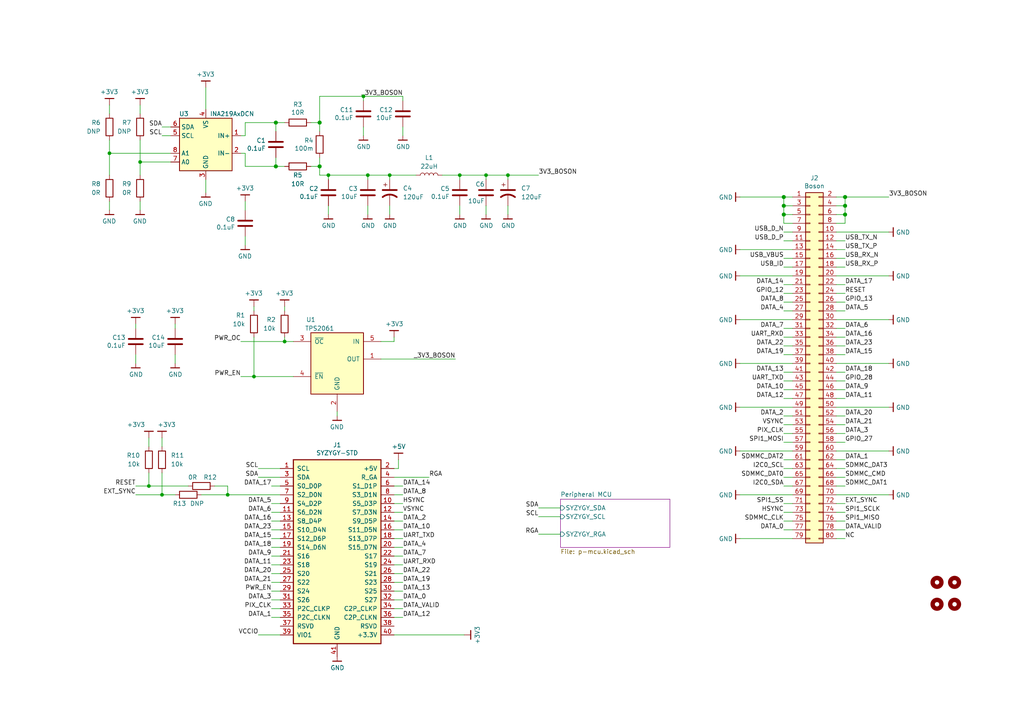
<source format=kicad_sch>
(kicad_sch (version 20210126) (generator eeschema)
  (paper "A4")
  (title_block (title "SYZYGY boson Breakout") (date "2020-12-24") (rev "r1.0") (company "GsD - @gregdavill") (comment 1 "SYZYGY Pod"))
  (lib_symbols
    (symbol "Analog_ADC:INA219AxDCN"
      (property "Reference" "U" (at -6.35 8.89 0))
      (property "Value" "INA219AxDCN" (at 6.35 8.89 0))
      (symbol "INA219AxDCN_1_1"
        (pin input line (at -10.16 2.54 0) (length 2.54) (name "IN+") (number "1"))
        (pin input line (at -10.16 -2.54 0) (length 2.54) (name "IN-") (number "2"))
        (pin power_in line (at 0 -10.16 90) (length 2.54) (name "GND") (number "3"))
        (pin power_in line (at 0 10.16 270) (length 2.54) (name "VS") (number "4"))
        (pin input line (at 10.16 2.54 180) (length 2.54) (name "SCL") (number "5"))
        (pin bidirectional line (at 10.16 5.08 180) (length 2.54) (name "SDA") (number "6"))
        (pin input line (at 10.16 -5.08 180) (length 2.54) (name "A0") (number "7"))
        (pin input line (at 10.16 -2.54 180) (length 2.54) (name "A1") (number "8"))
      )
    )
    (symbol "Connector_Generic:Conn_02x40_Odd_Even" (pin_names (offset 1.016) hide)
      (property "Reference" "J" (at 1.27 50.8 0))
      (property "Value" "Conn_02x40_Odd_Even" (at 1.27 -53.34 0))
      (symbol "Conn_02x40_Odd_Even_1_1"
        (pin passive line (at -5.08 48.26 0) (length 3.81) (name "Pin_1") (number "1"))
        (pin passive line (at 7.62 38.1 180) (length 3.81) (name "Pin_10") (number "10"))
        (pin passive line (at -5.08 35.56 0) (length 3.81) (name "Pin_11") (number "11"))
        (pin passive line (at 7.62 35.56 180) (length 3.81) (name "Pin_12") (number "12"))
        (pin passive line (at -5.08 33.02 0) (length 3.81) (name "Pin_13") (number "13"))
        (pin passive line (at 7.62 33.02 180) (length 3.81) (name "Pin_14") (number "14"))
        (pin passive line (at -5.08 30.48 0) (length 3.81) (name "Pin_15") (number "15"))
        (pin passive line (at 7.62 30.48 180) (length 3.81) (name "Pin_16") (number "16"))
        (pin passive line (at -5.08 27.94 0) (length 3.81) (name "Pin_17") (number "17"))
        (pin passive line (at 7.62 27.94 180) (length 3.81) (name "Pin_18") (number "18"))
        (pin passive line (at -5.08 25.4 0) (length 3.81) (name "Pin_19") (number "19"))
        (pin passive line (at 7.62 48.26 180) (length 3.81) (name "Pin_2") (number "2"))
        (pin passive line (at 7.62 25.4 180) (length 3.81) (name "Pin_20") (number "20"))
        (pin passive line (at -5.08 22.86 0) (length 3.81) (name "Pin_21") (number "21"))
        (pin passive line (at 7.62 22.86 180) (length 3.81) (name "Pin_22") (number "22"))
        (pin passive line (at -5.08 20.32 0) (length 3.81) (name "Pin_23") (number "23"))
        (pin passive line (at 7.62 20.32 180) (length 3.81) (name "Pin_24") (number "24"))
        (pin passive line (at -5.08 17.78 0) (length 3.81) (name "Pin_25") (number "25"))
        (pin passive line (at 7.62 17.78 180) (length 3.81) (name "Pin_26") (number "26"))
        (pin passive line (at -5.08 15.24 0) (length 3.81) (name "Pin_27") (number "27"))
        (pin passive line (at 7.62 15.24 180) (length 3.81) (name "Pin_28") (number "28"))
        (pin passive line (at -5.08 12.7 0) (length 3.81) (name "Pin_29") (number "29"))
        (pin passive line (at -5.08 45.72 0) (length 3.81) (name "Pin_3") (number "3"))
        (pin passive line (at 7.62 12.7 180) (length 3.81) (name "Pin_30") (number "30"))
        (pin passive line (at -5.08 10.16 0) (length 3.81) (name "Pin_31") (number "31"))
        (pin passive line (at 7.62 10.16 180) (length 3.81) (name "Pin_32") (number "32"))
        (pin passive line (at -5.08 7.62 0) (length 3.81) (name "Pin_33") (number "33"))
        (pin passive line (at 7.62 7.62 180) (length 3.81) (name "Pin_34") (number "34"))
        (pin passive line (at -5.08 5.08 0) (length 3.81) (name "Pin_35") (number "35"))
        (pin passive line (at 7.62 5.08 180) (length 3.81) (name "Pin_36") (number "36"))
        (pin passive line (at -5.08 2.54 0) (length 3.81) (name "Pin_37") (number "37"))
        (pin passive line (at 7.62 2.54 180) (length 3.81) (name "Pin_38") (number "38"))
        (pin passive line (at -5.08 0 0) (length 3.81) (name "Pin_39") (number "39"))
        (pin passive line (at 7.62 45.72 180) (length 3.81) (name "Pin_4") (number "4"))
        (pin passive line (at 7.62 0 180) (length 3.81) (name "Pin_40") (number "40"))
        (pin passive line (at -5.08 -2.54 0) (length 3.81) (name "Pin_41") (number "41"))
        (pin passive line (at 7.62 -2.54 180) (length 3.81) (name "Pin_42") (number "42"))
        (pin passive line (at -5.08 -5.08 0) (length 3.81) (name "Pin_43") (number "43"))
        (pin passive line (at 7.62 -5.08 180) (length 3.81) (name "Pin_44") (number "44"))
        (pin passive line (at -5.08 -7.62 0) (length 3.81) (name "Pin_45") (number "45"))
        (pin passive line (at 7.62 -7.62 180) (length 3.81) (name "Pin_46") (number "46"))
        (pin passive line (at -5.08 -10.16 0) (length 3.81) (name "Pin_47") (number "47"))
        (pin passive line (at 7.62 -10.16 180) (length 3.81) (name "Pin_48") (number "48"))
        (pin passive line (at -5.08 -12.7 0) (length 3.81) (name "Pin_49") (number "49"))
        (pin passive line (at -5.08 43.18 0) (length 3.81) (name "Pin_5") (number "5"))
        (pin passive line (at 7.62 -12.7 180) (length 3.81) (name "Pin_50") (number "50"))
        (pin passive line (at -5.08 -15.24 0) (length 3.81) (name "Pin_51") (number "51"))
        (pin passive line (at 7.62 -15.24 180) (length 3.81) (name "Pin_52") (number "52"))
        (pin passive line (at -5.08 -17.78 0) (length 3.81) (name "Pin_53") (number "53"))
        (pin passive line (at 7.62 -17.78 180) (length 3.81) (name "Pin_54") (number "54"))
        (pin passive line (at -5.08 -20.32 0) (length 3.81) (name "Pin_55") (number "55"))
        (pin passive line (at 7.62 -20.32 180) (length 3.81) (name "Pin_56") (number "56"))
        (pin passive line (at -5.08 -22.86 0) (length 3.81) (name "Pin_57") (number "57"))
        (pin passive line (at 7.62 -22.86 180) (length 3.81) (name "Pin_58") (number "58"))
        (pin passive line (at -5.08 -25.4 0) (length 3.81) (name "Pin_59") (number "59"))
        (pin passive line (at 7.62 43.18 180) (length 3.81) (name "Pin_6") (number "6"))
        (pin passive line (at 7.62 -25.4 180) (length 3.81) (name "Pin_60") (number "60"))
        (pin passive line (at -5.08 -27.94 0) (length 3.81) (name "Pin_61") (number "61"))
        (pin passive line (at 7.62 -27.94 180) (length 3.81) (name "Pin_62") (number "62"))
        (pin passive line (at -5.08 -30.48 0) (length 3.81) (name "Pin_63") (number "63"))
        (pin passive line (at 7.62 -30.48 180) (length 3.81) (name "Pin_64") (number "64"))
        (pin passive line (at -5.08 -33.02 0) (length 3.81) (name "Pin_65") (number "65"))
        (pin passive line (at 7.62 -33.02 180) (length 3.81) (name "Pin_66") (number "66"))
        (pin passive line (at -5.08 -35.56 0) (length 3.81) (name "Pin_67") (number "67"))
        (pin passive line (at 7.62 -35.56 180) (length 3.81) (name "Pin_68") (number "68"))
        (pin passive line (at -5.08 -38.1 0) (length 3.81) (name "Pin_69") (number "69"))
        (pin passive line (at -5.08 40.64 0) (length 3.81) (name "Pin_7") (number "7"))
        (pin passive line (at 7.62 -38.1 180) (length 3.81) (name "Pin_70") (number "70"))
        (pin passive line (at -5.08 -40.64 0) (length 3.81) (name "Pin_71") (number "71"))
        (pin passive line (at 7.62 -40.64 180) (length 3.81) (name "Pin_72") (number "72"))
        (pin passive line (at -5.08 -43.18 0) (length 3.81) (name "Pin_73") (number "73"))
        (pin passive line (at 7.62 -43.18 180) (length 3.81) (name "Pin_74") (number "74"))
        (pin passive line (at -5.08 -45.72 0) (length 3.81) (name "Pin_75") (number "75"))
        (pin passive line (at 7.62 -45.72 180) (length 3.81) (name "Pin_76") (number "76"))
        (pin passive line (at -5.08 -48.26 0) (length 3.81) (name "Pin_77") (number "77"))
        (pin passive line (at 7.62 -48.26 180) (length 3.81) (name "Pin_78") (number "78"))
        (pin passive line (at -5.08 -50.8 0) (length 3.81) (name "Pin_79") (number "79"))
        (pin passive line (at 7.62 40.64 180) (length 3.81) (name "Pin_8") (number "8"))
        (pin passive line (at 7.62 -50.8 180) (length 3.81) (name "Pin_80") (number "80"))
        (pin passive line (at -5.08 38.1 0) (length 3.81) (name "Pin_9") (number "9"))
      )
    )
    (symbol "Device:C" (pin_numbers hide) (pin_names (offset 0.254))
      (property "Reference" "C" (at 0.635 2.54 0))
      (property "Value" "C" (at 0.635 -2.54 0))
      (symbol "C_1_1"
        (pin passive line (at 0 3.81 270) (length 2.794) (name "~") (number "1"))
        (pin passive line (at 0 -3.81 90) (length 2.794) (name "~") (number "2"))
      )
    )
    (symbol "Device:CP1" (pin_numbers hide) (pin_names (offset 0.254) hide)
      (property "Reference" "C" (at 0.635 2.54 0))
      (property "Value" "CP1" (at 0.635 -2.54 0))
      (symbol "CP1_1_1"
        (pin passive line (at 0 3.81 270) (length 2.794) (name "~") (number "1"))
        (pin passive line (at 0 -3.81 90) (length 3.302) (name "~") (number "2"))
      )
    )
    (symbol "Device:L" (pin_numbers hide) (pin_names (offset 1.016) hide)
      (property "Reference" "L" (at -1.27 0 90))
      (property "Value" "L" (at 1.905 0 90))
      (symbol "L_1_1"
        (pin passive line (at 0 3.81 270) (length 1.27) (name "1") (number "1"))
        (pin passive line (at 0 -3.81 90) (length 1.27) (name "2") (number "2"))
      )
    )
    (symbol "Device:R" (pin_numbers hide) (pin_names (offset 0))
      (property "Reference" "R" (at 2.032 0 90))
      (property "Value" "R" (at 0 0 90))
      (symbol "R_1_1"
        (pin passive line (at 0 3.81 270) (length 1.27) (name "~") (number "1"))
        (pin passive line (at 0 -3.81 90) (length 1.27) (name "~") (number "2"))
      )
    )
    (symbol "Mechanical:MountingHole" (pin_names (offset 1.016))
      (property "Reference" "H" (at 0 5.08 0))
      (property "Value" "MountingHole" (at 0 3.175 0))
    )
    (symbol "Power_Management:TPS2041B" (pin_names (offset 1.016))
      (property "Reference" "U" (at 0 10.795 0))
      (property "Value" "TPS2041B" (at 0 8.89 0))
      (symbol "TPS2041B_1_1"
        (pin power_out line (at 12.7 0 180) (length 5.08) (name "OUT") (number "1"))
        (pin power_in line (at 0 -15.24 90) (length 5.08) (name "GND") (number "2"))
        (pin open_collector line (at -12.7 5.08 0) (length 5.08) (name "~OC") (number "3"))
        (pin input line (at -12.7 -5.08 0) (length 5.08) (name "~EN") (number "4"))
        (pin power_in line (at 12.7 5.08 180) (length 5.08) (name "IN") (number "5"))
      )
    )
    (symbol "gkl_power:+3V3" (power) (pin_names (offset 0))
      (property "Value" "+3V3" (at 0 3.556 0))
      (symbol "+3V3_1_1"
        (pin power_in line (at 0 0 90) (length 0) hide (name "+3V3") (number "1"))
      )
    )
    (symbol "gkl_power:+5V" (power) (pin_names (offset 0))
      (property "Value" "+5V" (at 0 3.175 0))
      (symbol "+5V_1_1"
        (pin power_in line (at 0 0 90) (length 0) hide (name "+5V") (number "1"))
      )
    )
    (symbol "gkl_power:GND" (power) (pin_names (offset 0))
      (property "Value" "GND" (at 0 -2.54 0))
      (symbol "GND_1_1"
        (pin power_in line (at 0 0 270) (length 0) hide (name "GND") (number "1"))
      )
    )
    (symbol "gsd-kicad:SYZYGY-STD" (pin_names (offset 1.016))
      (property "Reference" "J" (at 0 27.94 0))
      (property "Value" "SYZYGY-STD" (at 0 25.4 0))
      (symbol "SYZYGY-STD_1_1"
        (pin input line (at -16.51 21.59 0) (length 3.81) (name "SCL") (number "1"))
        (pin input line (at 16.51 11.43 180) (length 3.81) (name "S5_D3P") (number "10"))
        (pin input line (at -16.51 8.89 0) (length 3.81) (name "S6_D2N") (number "11"))
        (pin input line (at 16.51 8.89 180) (length 3.81) (name "S7_D3N") (number "12"))
        (pin input line (at -16.51 6.35 0) (length 3.81) (name "S8_D4P") (number "13"))
        (pin input line (at 16.51 6.35 180) (length 3.81) (name "S9_D5P") (number "14"))
        (pin input line (at -16.51 3.81 0) (length 3.81) (name "S10_D4N") (number "15"))
        (pin input line (at 16.51 3.81 180) (length 3.81) (name "S11_D5N") (number "16"))
        (pin input line (at -16.51 1.27 0) (length 3.81) (name "S12_D6P") (number "17"))
        (pin input line (at 16.51 1.27 180) (length 3.81) (name "S13_D7P") (number "18"))
        (pin input line (at -16.51 -1.27 0) (length 3.81) (name "S14_D6N") (number "19"))
        (pin input line (at 16.51 21.59 180) (length 3.81) (name "+5V") (number "2"))
        (pin input line (at 16.51 -1.27 180) (length 3.81) (name "S15_D7N") (number "20"))
        (pin input line (at -16.51 -3.81 0) (length 3.81) (name "S16") (number "21"))
        (pin input line (at 16.51 -3.81 180) (length 3.81) (name "S17") (number "22"))
        (pin input line (at -16.51 -6.35 0) (length 3.81) (name "S18") (number "23"))
        (pin input line (at 16.51 -6.35 180) (length 3.81) (name "S19") (number "24"))
        (pin input line (at -16.51 -8.89 0) (length 3.81) (name "S20") (number "25"))
        (pin input line (at 16.51 -8.89 180) (length 3.81) (name "S21") (number "26"))
        (pin input line (at -16.51 -11.43 0) (length 3.81) (name "S22") (number "27"))
        (pin input line (at 16.51 -11.43 180) (length 3.81) (name "S23") (number "28"))
        (pin input line (at -16.51 -13.97 0) (length 3.81) (name "S24") (number "29"))
        (pin input line (at -16.51 19.05 0) (length 3.81) (name "SDA") (number "3"))
        (pin input line (at 16.51 -13.97 180) (length 3.81) (name "S25") (number "30"))
        (pin input line (at -16.51 -16.51 0) (length 3.81) (name "S26") (number "31"))
        (pin input line (at 16.51 -16.51 180) (length 3.81) (name "S27") (number "32"))
        (pin input line (at -16.51 -19.05 0) (length 3.81) (name "P2C_CLKP") (number "33"))
        (pin input line (at 16.51 -19.05 180) (length 3.81) (name "C2P_CLKP") (number "34"))
        (pin input line (at -16.51 -21.59 0) (length 3.81) (name "P2C_CLKN") (number "35"))
        (pin input line (at 16.51 -21.59 180) (length 3.81) (name "C2P_CLKN") (number "36"))
        (pin input line (at -16.51 -24.13 0) (length 3.81) (name "RSVD") (number "37"))
        (pin input line (at 16.51 -24.13 180) (length 3.81) (name "RSVD") (number "38"))
        (pin input line (at -16.51 -26.67 0) (length 3.81) (name "VIO1") (number "39"))
        (pin input line (at 16.51 19.05 180) (length 3.81) (name "R_GA") (number "4"))
        (pin input line (at 16.51 -26.67 180) (length 3.81) (name "+3.3V") (number "40"))
        (pin input line (at 0 -33.02 90) (length 3.81) (name "GND") (number "41"))
        (pin input line (at -16.51 16.51 0) (length 3.81) (name "S0_D0P") (number "5"))
        (pin input line (at 16.51 16.51 180) (length 3.81) (name "S1_D1P") (number "6"))
        (pin input line (at -16.51 13.97 0) (length 3.81) (name "S2_D0N") (number "7"))
        (pin input line (at 16.51 13.97 180) (length 3.81) (name "S3_D1N") (number "8"))
        (pin input line (at -16.51 11.43 0) (length 3.81) (name "S4_D2P") (number "9"))
      )
    )
  )
  (bus_alias "GPDI" (members "CK_N" "CK_P" "D0_N" "D0_P" "D1_N" "D1_P" "D2_N" "D2_P"))
  (junction (at 31.75 44.45) (diameter 0.9144))
  (junction (at 40.64 46.99) (diameter 0.9144))
  (junction (at 43.18 140.97) (diameter 0.9144))
  (junction (at 46.99 143.51) (diameter 0.9144))
  (junction (at 66.04 143.51) (diameter 0.9144))
  (junction (at 73.66 109.22) (diameter 0.9144))
  (junction (at 80.01 35.56) (diameter 1.016))
  (junction (at 80.01 48.26) (diameter 1.016))
  (junction (at 82.55 99.06) (diameter 0.9144))
  (junction (at 92.71 35.56) (diameter 1.016))
  (junction (at 92.71 48.26) (diameter 1.016))
  (junction (at 95.25 50.8) (diameter 0.9144))
  (junction (at 105.41 27.94) (diameter 0.9144))
  (junction (at 106.68 50.8) (diameter 0.9144))
  (junction (at 113.03 50.8) (diameter 0.9144))
  (junction (at 133.35 50.8) (diameter 0.9144))
  (junction (at 140.97 50.8) (diameter 0.9144))
  (junction (at 147.32 50.8) (diameter 0.9144))
  (junction (at 227.33 57.15) (diameter 1.016))
  (junction (at 227.33 59.69) (diameter 1.016))
  (junction (at 227.33 62.23) (diameter 1.016))
  (junction (at 245.11 57.15) (diameter 1.016))
  (junction (at 245.11 59.69) (diameter 1.016))
  (junction (at 245.11 62.23) (diameter 1.016))
  (wire (pts (xy 31.75 30.48) (xy 31.75 33.02)))
  (wire (pts (xy 31.75 40.64) (xy 31.75 44.45)))
  (wire (pts (xy 31.75 44.45) (xy 31.75 50.8)))
  (wire (pts (xy 31.75 44.45) (xy 49.53 44.45)))
  (wire (pts (xy 31.75 58.42) (xy 31.75 60.96)))
  (wire (pts (xy 39.37 93.98) (xy 39.37 95.25)))
  (wire (pts (xy 39.37 102.87) (xy 39.37 105.41)))
  (wire (pts (xy 39.37 140.97) (xy 43.18 140.97)))
  (wire (pts (xy 39.37 143.51) (xy 46.99 143.51)))
  (wire (pts (xy 40.64 30.48) (xy 40.64 33.02)))
  (wire (pts (xy 40.64 40.64) (xy 40.64 46.99)))
  (wire (pts (xy 40.64 46.99) (xy 40.64 50.8)))
  (wire (pts (xy 40.64 46.99) (xy 49.53 46.99)))
  (wire (pts (xy 40.64 58.42) (xy 40.64 60.96)))
  (wire (pts (xy 43.18 127) (xy 43.18 129.54)))
  (wire (pts (xy 43.18 140.97) (xy 43.18 137.16)))
  (wire (pts (xy 43.18 140.97) (xy 54.61 140.97)))
  (wire (pts (xy 46.99 127) (xy 46.99 129.54)))
  (wire (pts (xy 46.99 143.51) (xy 46.99 137.16)))
  (wire (pts (xy 46.99 143.51) (xy 50.8 143.51)))
  (wire (pts (xy 49.53 36.83) (xy 46.99 36.83)))
  (wire (pts (xy 49.53 39.37) (xy 46.99 39.37)))
  (wire (pts (xy 50.8 93.98) (xy 50.8 95.25)))
  (wire (pts (xy 50.8 102.87) (xy 50.8 105.41)))
  (wire (pts (xy 58.42 143.51) (xy 66.04 143.51)))
  (wire (pts (xy 59.69 31.75) (xy 59.69 25.4)))
  (wire (pts (xy 59.69 55.88) (xy 59.69 52.07)))
  (wire (pts (xy 62.23 140.97) (xy 66.04 140.97)))
  (wire (pts (xy 66.04 140.97) (xy 66.04 143.51)))
  (wire (pts (xy 66.04 143.51) (xy 81.28 143.51)))
  (wire (pts (xy 69.85 99.06) (xy 82.55 99.06)))
  (wire (pts (xy 69.85 109.22) (xy 73.66 109.22)))
  (wire (pts (xy 71.12 35.56) (xy 80.01 35.56)))
  (wire (pts (xy 71.12 39.37) (xy 69.85 39.37)))
  (wire (pts (xy 71.12 39.37) (xy 71.12 35.56)))
  (wire (pts (xy 71.12 44.45) (xy 69.85 44.45)))
  (wire (pts (xy 71.12 44.45) (xy 71.12 48.26)))
  (wire (pts (xy 71.12 48.26) (xy 80.01 48.26)))
  (wire (pts (xy 71.12 60.96) (xy 71.12 58.42)))
  (wire (pts (xy 71.12 71.12) (xy 71.12 68.58)))
  (wire (pts (xy 73.66 88.9) (xy 73.66 90.17)))
  (wire (pts (xy 73.66 97.79) (xy 73.66 109.22)))
  (wire (pts (xy 73.66 109.22) (xy 85.09 109.22)))
  (wire (pts (xy 78.74 140.97) (xy 81.28 140.97)))
  (wire (pts (xy 78.74 146.05) (xy 81.28 146.05)))
  (wire (pts (xy 78.74 148.59) (xy 81.28 148.59)))
  (wire (pts (xy 78.74 151.13) (xy 81.28 151.13)))
  (wire (pts (xy 78.74 153.67) (xy 81.28 153.67)))
  (wire (pts (xy 78.74 156.21) (xy 81.28 156.21)))
  (wire (pts (xy 78.74 158.75) (xy 81.28 158.75)))
  (wire (pts (xy 78.74 161.29) (xy 81.28 161.29)))
  (wire (pts (xy 78.74 163.83) (xy 81.28 163.83)))
  (wire (pts (xy 78.74 166.37) (xy 81.28 166.37)))
  (wire (pts (xy 78.74 168.91) (xy 81.28 168.91)))
  (wire (pts (xy 78.74 171.45) (xy 81.28 171.45)))
  (wire (pts (xy 78.74 173.99) (xy 81.28 173.99)))
  (wire (pts (xy 78.74 176.53) (xy 81.28 176.53)))
  (wire (pts (xy 78.74 179.07) (xy 81.28 179.07)))
  (wire (pts (xy 80.01 38.1) (xy 80.01 35.56)))
  (wire (pts (xy 80.01 45.72) (xy 80.01 48.26)))
  (wire (pts (xy 81.28 135.89) (xy 74.93 135.89)))
  (wire (pts (xy 81.28 138.43) (xy 74.93 138.43)))
  (wire (pts (xy 81.28 184.15) (xy 74.93 184.15)))
  (wire (pts (xy 82.55 35.56) (xy 80.01 35.56)))
  (wire (pts (xy 82.55 48.26) (xy 80.01 48.26)))
  (wire (pts (xy 82.55 88.9) (xy 82.55 90.17)))
  (wire (pts (xy 82.55 97.79) (xy 82.55 99.06)))
  (wire (pts (xy 82.55 99.06) (xy 85.09 99.06)))
  (wire (pts (xy 90.17 35.56) (xy 92.71 35.56)))
  (wire (pts (xy 90.17 48.26) (xy 92.71 48.26)))
  (wire (pts (xy 92.71 27.94) (xy 92.71 35.56)))
  (wire (pts (xy 92.71 27.94) (xy 105.41 27.94)))
  (wire (pts (xy 92.71 35.56) (xy 92.71 38.1)))
  (wire (pts (xy 92.71 48.26) (xy 92.71 45.72)))
  (wire (pts (xy 92.71 48.26) (xy 92.71 50.8)))
  (wire (pts (xy 92.71 50.8) (xy 95.25 50.8)))
  (wire (pts (xy 95.25 50.8) (xy 95.25 52.07)))
  (wire (pts (xy 95.25 50.8) (xy 106.68 50.8)))
  (wire (pts (xy 95.25 59.69) (xy 95.25 62.23)))
  (wire (pts (xy 97.79 119.38) (xy 97.79 120.65)))
  (wire (pts (xy 105.41 27.94) (xy 105.41 29.21)))
  (wire (pts (xy 105.41 27.94) (xy 116.84 27.94)))
  (wire (pts (xy 105.41 36.83) (xy 105.41 39.37)))
  (wire (pts (xy 106.68 50.8) (xy 106.68 52.07)))
  (wire (pts (xy 106.68 50.8) (xy 113.03 50.8)))
  (wire (pts (xy 106.68 59.69) (xy 106.68 62.23)))
  (wire (pts (xy 110.49 99.06) (xy 114.3 99.06)))
  (wire (pts (xy 110.49 104.14) (xy 132.08 104.14)))
  (wire (pts (xy 113.03 50.8) (xy 113.03 52.07)))
  (wire (pts (xy 113.03 50.8) (xy 120.65 50.8)))
  (wire (pts (xy 113.03 59.69) (xy 113.03 62.23)))
  (wire (pts (xy 114.3 97.79) (xy 114.3 99.06)))
  (wire (pts (xy 114.3 135.89) (xy 115.57 135.89)))
  (wire (pts (xy 114.3 138.43) (xy 124.46 138.43)))
  (wire (pts (xy 114.3 176.53) (xy 116.84 176.53)))
  (wire (pts (xy 114.3 184.15) (xy 134.62 184.15)))
  (wire (pts (xy 115.57 135.89) (xy 115.57 133.35)))
  (wire (pts (xy 116.84 27.94) (xy 116.84 29.21)))
  (wire (pts (xy 116.84 36.83) (xy 116.84 39.37)))
  (wire (pts (xy 116.84 140.97) (xy 114.3 140.97)))
  (wire (pts (xy 116.84 143.51) (xy 114.3 143.51)))
  (wire (pts (xy 116.84 146.05) (xy 114.3 146.05)))
  (wire (pts (xy 116.84 148.59) (xy 114.3 148.59)))
  (wire (pts (xy 116.84 151.13) (xy 114.3 151.13)))
  (wire (pts (xy 116.84 153.67) (xy 114.3 153.67)))
  (wire (pts (xy 116.84 156.21) (xy 114.3 156.21)))
  (wire (pts (xy 116.84 158.75) (xy 114.3 158.75)))
  (wire (pts (xy 116.84 161.29) (xy 114.3 161.29)))
  (wire (pts (xy 116.84 163.83) (xy 114.3 163.83)))
  (wire (pts (xy 116.84 166.37) (xy 114.3 166.37)))
  (wire (pts (xy 116.84 168.91) (xy 114.3 168.91)))
  (wire (pts (xy 116.84 171.45) (xy 114.3 171.45)))
  (wire (pts (xy 116.84 173.99) (xy 114.3 173.99)))
  (wire (pts (xy 116.84 179.07) (xy 114.3 179.07)))
  (wire (pts (xy 133.35 50.8) (xy 128.27 50.8)))
  (wire (pts (xy 133.35 50.8) (xy 133.35 52.07)))
  (wire (pts (xy 133.35 50.8) (xy 140.97 50.8)))
  (wire (pts (xy 133.35 59.69) (xy 133.35 62.23)))
  (wire (pts (xy 140.97 50.8) (xy 140.97 52.07)))
  (wire (pts (xy 140.97 50.8) (xy 147.32 50.8)))
  (wire (pts (xy 140.97 59.69) (xy 140.97 62.23)))
  (wire (pts (xy 147.32 50.8) (xy 147.32 52.07)))
  (wire (pts (xy 147.32 50.8) (xy 156.21 50.8)))
  (wire (pts (xy 147.32 59.69) (xy 147.32 62.23)))
  (wire (pts (xy 162.56 147.32) (xy 156.21 147.32)))
  (wire (pts (xy 162.56 149.86) (xy 156.21 149.86)))
  (wire (pts (xy 162.56 154.94) (xy 156.21 154.94)))
  (wire (pts (xy 214.63 72.39) (xy 229.87 72.39)))
  (wire (pts (xy 214.63 80.01) (xy 229.87 80.01)))
  (wire (pts (xy 214.63 92.71) (xy 229.87 92.71)))
  (wire (pts (xy 214.63 105.41) (xy 229.87 105.41)))
  (wire (pts (xy 214.63 118.11) (xy 229.87 118.11)))
  (wire (pts (xy 214.63 130.81) (xy 229.87 130.81)))
  (wire (pts (xy 214.63 143.51) (xy 229.87 143.51)))
  (wire (pts (xy 214.63 156.21) (xy 229.87 156.21)))
  (wire (pts (xy 227.33 57.15) (xy 214.63 57.15)))
  (wire (pts (xy 227.33 59.69) (xy 227.33 57.15)))
  (wire (pts (xy 227.33 62.23) (xy 227.33 59.69)))
  (wire (pts (xy 227.33 64.77) (xy 227.33 62.23)))
  (wire (pts (xy 227.33 67.31) (xy 229.87 67.31)))
  (wire (pts (xy 227.33 69.85) (xy 229.87 69.85)))
  (wire (pts (xy 227.33 74.93) (xy 229.87 74.93)))
  (wire (pts (xy 227.33 77.47) (xy 229.87 77.47)))
  (wire (pts (xy 227.33 82.55) (xy 229.87 82.55)))
  (wire (pts (xy 227.33 85.09) (xy 229.87 85.09)))
  (wire (pts (xy 227.33 87.63) (xy 229.87 87.63)))
  (wire (pts (xy 227.33 90.17) (xy 229.87 90.17)))
  (wire (pts (xy 227.33 95.25) (xy 229.87 95.25)))
  (wire (pts (xy 227.33 97.79) (xy 229.87 97.79)))
  (wire (pts (xy 227.33 100.33) (xy 229.87 100.33)))
  (wire (pts (xy 227.33 102.87) (xy 229.87 102.87)))
  (wire (pts (xy 227.33 107.95) (xy 229.87 107.95)))
  (wire (pts (xy 227.33 110.49) (xy 229.87 110.49)))
  (wire (pts (xy 227.33 113.03) (xy 229.87 113.03)))
  (wire (pts (xy 227.33 115.57) (xy 229.87 115.57)))
  (wire (pts (xy 227.33 120.65) (xy 229.87 120.65)))
  (wire (pts (xy 227.33 123.19) (xy 229.87 123.19)))
  (wire (pts (xy 227.33 125.73) (xy 229.87 125.73)))
  (wire (pts (xy 227.33 128.27) (xy 229.87 128.27)))
  (wire (pts (xy 227.33 133.35) (xy 229.87 133.35)))
  (wire (pts (xy 227.33 135.89) (xy 229.87 135.89)))
  (wire (pts (xy 227.33 138.43) (xy 229.87 138.43)))
  (wire (pts (xy 227.33 140.97) (xy 229.87 140.97)))
  (wire (pts (xy 227.33 146.05) (xy 229.87 146.05)))
  (wire (pts (xy 227.33 148.59) (xy 229.87 148.59)))
  (wire (pts (xy 227.33 151.13) (xy 229.87 151.13)))
  (wire (pts (xy 229.87 57.15) (xy 227.33 57.15)))
  (wire (pts (xy 229.87 59.69) (xy 227.33 59.69)))
  (wire (pts (xy 229.87 62.23) (xy 227.33 62.23)))
  (wire (pts (xy 229.87 64.77) (xy 227.33 64.77)))
  (wire (pts (xy 229.87 153.67) (xy 227.33 153.67)))
  (wire (pts (xy 242.57 57.15) (xy 245.11 57.15)))
  (wire (pts (xy 242.57 59.69) (xy 245.11 59.69)))
  (wire (pts (xy 242.57 62.23) (xy 245.11 62.23)))
  (wire (pts (xy 242.57 64.77) (xy 245.11 64.77)))
  (wire (pts (xy 245.11 57.15) (xy 257.81 57.15)))
  (wire (pts (xy 245.11 59.69) (xy 245.11 57.15)))
  (wire (pts (xy 245.11 62.23) (xy 245.11 59.69)))
  (wire (pts (xy 245.11 64.77) (xy 245.11 62.23)))
  (wire (pts (xy 245.11 69.85) (xy 242.57 69.85)))
  (wire (pts (xy 245.11 72.39) (xy 242.57 72.39)))
  (wire (pts (xy 245.11 74.93) (xy 242.57 74.93)))
  (wire (pts (xy 245.11 77.47) (xy 242.57 77.47)))
  (wire (pts (xy 245.11 82.55) (xy 242.57 82.55)))
  (wire (pts (xy 245.11 85.09) (xy 242.57 85.09)))
  (wire (pts (xy 245.11 87.63) (xy 242.57 87.63)))
  (wire (pts (xy 245.11 90.17) (xy 242.57 90.17)))
  (wire (pts (xy 245.11 95.25) (xy 242.57 95.25)))
  (wire (pts (xy 245.11 97.79) (xy 242.57 97.79)))
  (wire (pts (xy 245.11 100.33) (xy 242.57 100.33)))
  (wire (pts (xy 245.11 102.87) (xy 242.57 102.87)))
  (wire (pts (xy 245.11 107.95) (xy 242.57 107.95)))
  (wire (pts (xy 245.11 110.49) (xy 242.57 110.49)))
  (wire (pts (xy 245.11 113.03) (xy 242.57 113.03)))
  (wire (pts (xy 245.11 115.57) (xy 242.57 115.57)))
  (wire (pts (xy 245.11 120.65) (xy 242.57 120.65)))
  (wire (pts (xy 245.11 123.19) (xy 242.57 123.19)))
  (wire (pts (xy 245.11 125.73) (xy 242.57 125.73)))
  (wire (pts (xy 245.11 128.27) (xy 242.57 128.27)))
  (wire (pts (xy 245.11 133.35) (xy 242.57 133.35)))
  (wire (pts (xy 245.11 135.89) (xy 242.57 135.89)))
  (wire (pts (xy 245.11 138.43) (xy 242.57 138.43)))
  (wire (pts (xy 245.11 140.97) (xy 242.57 140.97)))
  (wire (pts (xy 245.11 146.05) (xy 242.57 146.05)))
  (wire (pts (xy 245.11 148.59) (xy 242.57 148.59)))
  (wire (pts (xy 245.11 151.13) (xy 242.57 151.13)))
  (wire (pts (xy 245.11 153.67) (xy 242.57 153.67)))
  (wire (pts (xy 245.11 156.21) (xy 242.57 156.21)))
  (wire (pts (xy 257.81 67.31) (xy 242.57 67.31)))
  (wire (pts (xy 257.81 80.01) (xy 242.57 80.01)))
  (wire (pts (xy 257.81 92.71) (xy 242.57 92.71)))
  (wire (pts (xy 257.81 105.41) (xy 242.57 105.41)))
  (wire (pts (xy 257.81 118.11) (xy 242.57 118.11)))
  (wire (pts (xy 257.81 130.81) (xy 242.57 130.81)))
  (wire (pts (xy 257.81 143.51) (xy 242.57 143.51)))
  (label "RESET" (at 39.37 140.97 180))
  (label "EXT_SYNC" (at 39.37 143.51 180))
  (label "SDA" (at 46.99 36.83 180))
  (label "SCL" (at 46.99 39.37 180))
  (label "PWR_OC" (at 69.85 99.06 180))
  (label "PWR_EN" (at 69.85 109.22 180))
  (label "SCL" (at 74.93 135.89 180))
  (label "SDA" (at 74.93 138.43 180))
  (label "VCCIO" (at 74.93 184.15 180))
  (label "DATA_17" (at 78.74 140.97 180))
  (label "DATA_5" (at 78.74 146.05 180))
  (label "DATA_6" (at 78.74 148.59 180))
  (label "DATA_16" (at 78.74 151.13 180))
  (label "DATA_23" (at 78.74 153.67 180))
  (label "DATA_15" (at 78.74 156.21 180))
  (label "DATA_18" (at 78.74 158.75 180))
  (label "DATA_9" (at 78.74 161.29 180))
  (label "DATA_11" (at 78.74 163.83 180))
  (label "DATA_20" (at 78.74 166.37 180))
  (label "DATA_21" (at 78.74 168.91 180))
  (label "PWR_EN" (at 78.74 171.45 180))
  (label "DATA_3" (at 78.74 173.99 180))
  (label "PIX_CLK" (at 78.74 176.53 180))
  (label "DATA_1" (at 78.74 179.07 180))
  (label "_3V3_BOSON" (at 116.84 27.94 180))
  (label "DATA_14" (at 116.84 140.97 0))
  (label "DATA_8" (at 116.84 143.51 0))
  (label "HSYNC" (at 116.84 146.05 0))
  (label "VSYNC" (at 116.84 148.59 0))
  (label "DATA_2" (at 116.84 151.13 0))
  (label "DATA_10" (at 116.84 153.67 0))
  (label "UART_TXD" (at 116.84 156.21 0))
  (label "DATA_4" (at 116.84 158.75 0))
  (label "DATA_7" (at 116.84 161.29 0))
  (label "UART_RXD" (at 116.84 163.83 0))
  (label "DATA_22" (at 116.84 166.37 0))
  (label "DATA_19" (at 116.84 168.91 0))
  (label "DATA_13" (at 116.84 171.45 0))
  (label "DATA_0" (at 116.84 173.99 0))
  (label "DATA_VALID" (at 116.84 176.53 0))
  (label "DATA_12" (at 116.84 179.07 0))
  (label "RGA" (at 124.46 138.43 0))
  (label "_3V3_BOSON" (at 132.08 104.14 180))
  (label "3V3_BOSON" (at 156.21 50.8 0))
  (label "SDA" (at 156.21 147.32 180))
  (label "SCL" (at 156.21 149.86 180))
  (label "RGA" (at 156.21 154.94 180))
  (label "USB_D_N" (at 227.33 67.31 180))
  (label "USB_D_P" (at 227.33 69.85 180))
  (label "USB_VBUS" (at 227.33 74.93 180))
  (label "USB_ID" (at 227.33 77.47 180))
  (label "DATA_14" (at 227.33 82.55 180))
  (label "GPIO_12" (at 227.33 85.09 180))
  (label "DATA_8" (at 227.33 87.63 180))
  (label "DATA_4" (at 227.33 90.17 180))
  (label "DATA_7" (at 227.33 95.25 180))
  (label "UART_RXD" (at 227.33 97.79 180))
  (label "DATA_22" (at 227.33 100.33 180))
  (label "DATA_19" (at 227.33 102.87 180))
  (label "DATA_13" (at 227.33 107.95 180))
  (label "UART_TXD" (at 227.33 110.49 180))
  (label "DATA_10" (at 227.33 113.03 180))
  (label "DATA_12" (at 227.33 115.57 180))
  (label "DATA_2" (at 227.33 120.65 180))
  (label "VSYNC" (at 227.33 123.19 180))
  (label "PIX_CLK" (at 227.33 125.73 180))
  (label "SPI1_MOSI" (at 227.33 128.27 180))
  (label "SDMMC_DAT2" (at 227.33 133.35 180))
  (label "I2C0_SCL" (at 227.33 135.89 180))
  (label "SDMMC_DAT0" (at 227.33 138.43 180))
  (label "I2C0_SDA" (at 227.33 140.97 180))
  (label "SPI1_SS" (at 227.33 146.05 180))
  (label "HSYNC" (at 227.33 148.59 180))
  (label "SDMMC_CLK" (at 227.33 151.13 180))
  (label "DATA_0" (at 227.33 153.67 180))
  (label "USB_TX_N" (at 245.11 69.85 0))
  (label "USB_TX_P" (at 245.11 72.39 0))
  (label "USB_RX_N" (at 245.11 74.93 0))
  (label "USB_RX_P" (at 245.11 77.47 0))
  (label "DATA_17" (at 245.11 82.55 0))
  (label "RESET" (at 245.11 85.09 0))
  (label "GPIO_13" (at 245.11 87.63 0))
  (label "DATA_5" (at 245.11 90.17 0))
  (label "DATA_6" (at 245.11 95.25 0))
  (label "DATA_16" (at 245.11 97.79 0))
  (label "DATA_23" (at 245.11 100.33 0))
  (label "DATA_15" (at 245.11 102.87 0))
  (label "DATA_18" (at 245.11 107.95 0))
  (label "GPIO_28" (at 245.11 110.49 0))
  (label "DATA_9" (at 245.11 113.03 0))
  (label "DATA_11" (at 245.11 115.57 0))
  (label "DATA_20" (at 245.11 120.65 0))
  (label "DATA_21" (at 245.11 123.19 0))
  (label "DATA_3" (at 245.11 125.73 0))
  (label "GPIO_27" (at 245.11 128.27 0))
  (label "DATA_1" (at 245.11 133.35 0))
  (label "SDMMC_DAT3" (at 245.11 135.89 0))
  (label "SDMMC_CMD" (at 245.11 138.43 0))
  (label "SDMMC_DAT1" (at 245.11 140.97 0))
  (label "EXT_SYNC" (at 245.11 146.05 0))
  (label "SPI1_SCLK" (at 245.11 148.59 0))
  (label "SPI1_MISO" (at 245.11 151.13 0))
  (label "DATA_VALID" (at 245.11 153.67 0))
  (label "NC" (at 245.11 156.21 0))
  (label "3V3_BOSON" (at 257.81 57.15 0))
  (symbol (lib_id "gkl_power:GND") (at 31.75 60.96 0) (mirror y) (unit 1)
    (property "Reference" "#PWR0118" (effects hide))
    (property "Value" "GND" (at 31.6738 64.1604 0))
  )
  (symbol (lib_id "gkl_power:GND") (at 39.37 105.41 0) (unit 1)
    (property "Reference" "#PWR0129" (effects hide))
    (property "Value" "GND" (at 39.4462 108.6104 0))
  )
  (symbol (lib_id "gkl_power:GND") (at 40.64 60.96 0) (mirror y) (unit 1)
    (property "Reference" "#PWR0117" (effects hide))
    (property "Value" "GND" (at 40.5638 64.1604 0))
  )
  (symbol (lib_id "gkl_power:GND") (at 50.8 105.41 0) (unit 1)
    (property "Reference" "#PWR0130" (effects hide))
    (property "Value" "GND" (at 50.8762 108.6104 0))
  )
  (symbol (lib_id "gkl_power:GND") (at 59.69 55.88 0) (mirror y) (unit 1)
    (property "Reference" "#PWR0114" (effects hide))
    (property "Value" "GND" (at 59.6138 59.0804 0))
  )
  (symbol (lib_id "gkl_power:GND") (at 71.12 71.12 0) (mirror y) (unit 1)
    (property "Reference" "#PWR0106" (effects hide))
    (property "Value" "GND" (at 71.0438 74.3204 0))
  )
  (symbol (lib_id "gkl_power:GND") (at 95.25 62.23 0) (unit 1)
    (property "Reference" "#PWR0111" (effects hide))
    (property "Value" "GND" (at 95.3262 65.4304 0))
  )
  (symbol (lib_id "gkl_power:GND") (at 97.79 120.65 0) (mirror y) (unit 1)
    (property "Reference" "#PWR0121" (effects hide))
    (property "Value" "GND" (at 97.7138 123.8504 0))
  )
  (symbol (lib_id "gkl_power:GND") (at 97.79 190.5 0) (unit 1)
    (property "Reference" "#PWR0104" (effects hide))
    (property "Value" "GND" (at 97.8662 193.7004 0))
  )
  (symbol (lib_id "gkl_power:GND") (at 105.41 39.37 0) (unit 1)
    (property "Reference" "#PWR0126" (effects hide))
    (property "Value" "GND" (at 105.4862 42.5704 0))
  )
  (symbol (lib_id "gkl_power:GND") (at 106.68 62.23 0) (unit 1)
    (property "Reference" "#PWR0112" (effects hide))
    (property "Value" "GND" (at 106.7562 65.4304 0))
  )
  (symbol (lib_id "gkl_power:GND") (at 113.03 62.23 0) (unit 1)
    (property "Reference" "#PWR0110" (effects hide))
    (property "Value" "GND" (at 113.1062 65.4304 0))
  )
  (symbol (lib_id "gkl_power:GND") (at 116.84 39.37 0) (unit 1)
    (property "Reference" "#PWR0125" (effects hide))
    (property "Value" "GND" (at 116.9162 42.5704 0))
  )
  (symbol (lib_id "gkl_power:GND") (at 133.35 62.23 0) (unit 1)
    (property "Reference" "#PWR0108" (effects hide))
    (property "Value" "GND" (at 133.4262 65.4304 0))
  )
  (symbol (lib_id "gkl_power:GND") (at 140.97 62.23 0) (unit 1)
    (property "Reference" "#PWR0107" (effects hide))
    (property "Value" "GND" (at 141.0462 65.4304 0))
  )
  (symbol (lib_id "gkl_power:GND") (at 147.32 62.23 0) (unit 1)
    (property "Reference" "#PWR0109" (effects hide))
    (property "Value" "GND" (at 147.3962 65.4304 0))
  )
  (symbol (lib_id "gkl_power:GND") (at 214.63 57.15 270) (unit 1)
    (property "Reference" "#PWR0137" (effects hide))
    (property "Value" "GND" (at 212.5726 57.2262 90) (effects (justify right)))
  )
  (symbol (lib_id "gkl_power:GND") (at 214.63 72.39 270) (unit 1)
    (property "Reference" "#PWR0138" (effects hide))
    (property "Value" "GND" (at 212.5726 72.4662 90) (effects (justify right)))
  )
  (symbol (lib_id "gkl_power:GND") (at 214.63 80.01 270) (unit 1)
    (property "Reference" "#PWR0136" (effects hide))
    (property "Value" "GND" (at 212.5726 80.0862 90) (effects (justify right)))
  )
  (symbol (lib_id "gkl_power:GND") (at 214.63 92.71 270) (unit 1)
    (property "Reference" "#PWR0139" (effects hide))
    (property "Value" "GND" (at 212.5726 92.7862 90) (effects (justify right)))
  )
  (symbol (lib_id "gkl_power:GND") (at 214.63 105.41 270) (unit 1)
    (property "Reference" "#PWR0131" (effects hide))
    (property "Value" "GND" (at 212.5726 105.4862 90) (effects (justify right)))
  )
  (symbol (lib_id "gkl_power:GND") (at 214.63 118.11 270) (unit 1)
    (property "Reference" "#PWR0132" (effects hide))
    (property "Value" "GND" (at 212.5726 118.1862 90) (effects (justify right)))
  )
  (symbol (lib_id "gkl_power:GND") (at 214.63 130.81 270) (unit 1)
    (property "Reference" "#PWR0124" (effects hide))
    (property "Value" "GND" (at 212.5726 130.8862 90) (effects (justify right)))
  )
  (symbol (lib_id "gkl_power:GND") (at 214.63 143.51 270) (unit 1)
    (property "Reference" "#PWR0143" (effects hide))
    (property "Value" "GND" (at 212.5726 143.5862 90) (effects (justify right)))
  )
  (symbol (lib_id "gkl_power:GND") (at 214.63 156.21 270) (unit 1)
    (property "Reference" "#PWR0142" (effects hide))
    (property "Value" "GND" (at 212.5726 156.2862 90) (effects (justify right)))
  )
  (symbol (lib_id "gkl_power:GND") (at 257.81 67.31 90) (mirror x) (unit 1)
    (property "Reference" "#PWR0120" (effects hide))
    (property "Value" "GND" (at 259.8674 67.3862 90) (effects (justify right)))
  )
  (symbol (lib_id "gkl_power:GND") (at 257.81 80.01 90) (mirror x) (unit 1)
    (property "Reference" "#PWR0113" (effects hide))
    (property "Value" "GND" (at 259.8674 80.0862 90) (effects (justify right)))
  )
  (symbol (lib_id "gkl_power:GND") (at 257.81 92.71 90) (mirror x) (unit 1)
    (property "Reference" "#PWR0135" (effects hide))
    (property "Value" "GND" (at 259.8674 92.7862 90) (effects (justify right)))
  )
  (symbol (lib_id "gkl_power:GND") (at 257.81 105.41 90) (mirror x) (unit 1)
    (property "Reference" "#PWR0133" (effects hide))
    (property "Value" "GND" (at 259.8674 105.4862 90) (effects (justify right)))
  )
  (symbol (lib_id "gkl_power:GND") (at 257.81 118.11 90) (mirror x) (unit 1)
    (property "Reference" "#PWR0134" (effects hide))
    (property "Value" "GND" (at 259.8674 118.1862 90) (effects (justify right)))
  )
  (symbol (lib_id "gkl_power:GND") (at 257.81 130.81 90) (mirror x) (unit 1)
    (property "Reference" "#PWR0141" (effects hide))
    (property "Value" "GND" (at 259.8674 130.8862 90) (effects (justify right)))
  )
  (symbol (lib_id "gkl_power:GND") (at 257.81 143.51 90) (mirror x) (unit 1)
    (property "Reference" "#PWR0140" (effects hide))
    (property "Value" "GND" (at 259.8674 143.5862 90) (effects (justify right)))
  )
  (symbol (lib_id "gkl_power:+3V3") (at 31.75 30.48 0) (mirror y) (unit 1)
    (property "Reference" "#PWR0115" (effects hide))
    (property "Value" "+3V3" (at 31.6738 26.6446 0))
  )
  (symbol (lib_id "gkl_power:+3V3") (at 39.37 93.98 0) (mirror y) (unit 1)
    (property "Reference" "#PWR0127" (effects hide))
    (property "Value" "+3V3" (at 39.2938 90.1446 0))
  )
  (symbol (lib_id "gkl_power:+3V3") (at 40.64 30.48 0) (mirror y) (unit 1)
    (property "Reference" "#PWR0116" (effects hide))
    (property "Value" "+3V3" (at 40.5638 26.6446 0))
  )
  (symbol (lib_id "gkl_power:+3V3") (at 43.18 127 0) (unit 1)
    (property "Reference" "#PWR0144" (effects hide))
    (property "Value" "+3V3" (at 39.4462 123.1646 0))
  )
  (symbol (lib_id "gkl_power:+3V3") (at 46.99 127 0) (unit 1)
    (property "Reference" "#PWR0145" (effects hide))
    (property "Value" "+3V3" (at 48.3362 123.1646 0))
  )
  (symbol (lib_id "gkl_power:+3V3") (at 50.8 93.98 0) (mirror y) (unit 1)
    (property "Reference" "#PWR0128" (effects hide))
    (property "Value" "+3V3" (at 50.7238 90.1446 0))
  )
  (symbol (lib_id "gkl_power:+3V3") (at 59.69 25.4 0) (mirror y) (unit 1)
    (property "Reference" "#PWR0119" (effects hide))
    (property "Value" "+3V3" (at 59.6138 21.5646 0))
  )
  (symbol (lib_id "gkl_power:+3V3") (at 71.12 58.42 0) (mirror y) (unit 1)
    (property "Reference" "#PWR0105" (effects hide))
    (property "Value" "+3V3" (at 71.0438 54.5846 0))
  )
  (symbol (lib_id "gkl_power:+3V3") (at 73.66 88.9 0) (mirror y) (unit 1)
    (property "Reference" "#PWR0122" (effects hide))
    (property "Value" "+3V3" (at 73.5838 85.0646 0))
  )
  (symbol (lib_id "gkl_power:+3V3") (at 82.55 88.9 0) (mirror y) (unit 1)
    (property "Reference" "#PWR0123" (effects hide))
    (property "Value" "+3V3" (at 82.4738 85.0646 0))
  )
  (symbol (lib_id "gkl_power:+3V3") (at 114.3 97.79 0) (unit 1)
    (property "Reference" "#PWR0101" (effects hide))
    (property "Value" "+3V3" (at 114.3762 93.9546 0))
  )
  (symbol (lib_id "gkl_power:+5V") (at 115.57 133.35 0) (unit 1)
    (property "Reference" "#PWR0102" (effects hide))
    (property "Value" "+5V" (at 115.6462 129.5146 0))
  )
  (symbol (lib_id "gkl_power:+3V3") (at 134.62 184.15 270) (unit 1)
    (property "Reference" "#PWR0103" (effects hide))
    (property "Value" "+3V3" (at 138.4554 184.2262 0))
  )
  (symbol (lib_id "Device:L") (at 124.46 50.8 90) (unit 1)
    (property "Reference" "L1" (at 124.46 45.72 90))
    (property "Value" "22uH" (at 124.46 48.26 90))
    (property "Footprint" "Inductor_SMD:L_Taiyo-Yuden_NR-50xx" (effects hide))
    (property "Mfg" "GLE" (effects hide))
    (property "PN" "GCNR5020-220MC" (effects hide))
  )
  (symbol (lib_id "Mechanical:MountingHole") (at 271.78 168.91 0) (unit 1) (in_bom no)
    (property "Reference" "H1" (effects hide))
    (property "Value" "MountingHole" (effects hide))
    (property "Footprint" "MountingHole:MountingHole_3.2mm_M3_DIN965" (effects hide))
    (property "Mfg" "DNP" (effects hide))
  )
  (symbol (lib_id "Mechanical:MountingHole") (at 271.78 175.26 0) (unit 1) (in_bom no)
    (property "Reference" "H2" (effects hide))
    (property "Value" "MountingHole" (effects hide))
    (property "Footprint" "MountingHole:MountingHole_3.2mm_M3_DIN965" (effects hide))
    (property "Mfg" "DNP" (effects hide))
  )
  (symbol (lib_id "Mechanical:MountingHole") (at 276.86 168.91 0) (unit 1) (in_bom no)
    (property "Reference" "H3" (effects hide))
    (property "Value" "MountingHole" (effects hide))
    (property "Footprint" "MountingHole:MountingHole_3.2mm_M3_DIN965" (effects hide))
    (property "Mfg" "DNP" (effects hide))
  )
  (symbol (lib_id "Mechanical:MountingHole") (at 276.86 175.26 0) (unit 1) (in_bom no)
    (property "Reference" "H4" (effects hide))
    (property "Value" "MountingHole" (effects hide))
    (property "Footprint" "MountingHole:MountingHole_3.2mm_M3_DIN965" (effects hide))
    (property "Mfg" "DNP" (effects hide))
  )
  (symbol (lib_id "Device:R") (at 31.75 36.83 0) (mirror x) (unit 1)
    (property "Reference" "R6" (at 29.21 35.56 0) (effects (justify right)))
    (property "Value" "DNP" (at 29.21 38.1 0) (effects (justify right)))
    (property "Footprint" "Resistor_SMD:R_0402_1005Metric" (effects hide))
    (property "Mfg" "Yageo" (effects hide))
    (property "PN" "RC0402JR-0710RL" (effects hide))
  )
  (symbol (lib_id "Device:R") (at 31.75 54.61 0) (mirror x) (unit 1)
    (property "Reference" "R8" (at 29.21 53.34 0) (effects (justify right)))
    (property "Value" "0R" (at 29.21 55.88 0) (effects (justify right)))
    (property "Footprint" "Resistor_SMD:R_0402_1005Metric" (effects hide))
    (property "Mfg" "Yageo" (effects hide))
    (property "PN" "RC0402JR-070RL" (effects hide))
  )
  (symbol (lib_id "Device:R") (at 40.64 36.83 0) (mirror x) (unit 1)
    (property "Reference" "R7" (at 38.1 35.56 0) (effects (justify right)))
    (property "Value" "DNP" (at 38.1 38.1 0) (effects (justify right)))
    (property "Footprint" "Resistor_SMD:R_0402_1005Metric" (effects hide))
    (property "Mfg" "Yageo" (effects hide))
    (property "PN" "RC0402JR-0710RL" (effects hide))
  )
  (symbol (lib_id "Device:R") (at 40.64 54.61 0) (mirror x) (unit 1)
    (property "Reference" "R9" (at 38.1 53.34 0) (effects (justify right)))
    (property "Value" "0R" (at 38.1 55.88 0) (effects (justify right)))
    (property "Footprint" "Resistor_SMD:R_0402_1005Metric" (effects hide))
    (property "Mfg" "Yageo" (effects hide))
    (property "PN" "RC0402JR-070RL" (effects hide))
  )
  (symbol (lib_id "Device:R") (at 43.18 133.35 0) (mirror x) (unit 1)
    (property "Reference" "R10" (at 40.64 132.08 0) (effects (justify right)))
    (property "Value" "10k" (at 40.64 134.62 0) (effects (justify right)))
    (property "Footprint" "Resistor_SMD:R_0402_1005Metric" (effects hide))
    (property "Mfg" "Yageo" (effects hide))
    (property "PN" "RC0402JR-0710KL" (effects hide))
  )
  (symbol (lib_id "Device:R") (at 46.99 133.35 180) (unit 1)
    (property "Reference" "R11" (at 49.53 132.08 0) (effects (justify right)))
    (property "Value" "10k" (at 49.53 134.62 0) (effects (justify right)))
    (property "Footprint" "Resistor_SMD:R_0402_1005Metric" (effects hide))
    (property "Mfg" "Yageo" (effects hide))
    (property "PN" "RC0402JR-0710KL" (effects hide))
  )
  (symbol (lib_id "Device:R") (at 54.61 143.51 270) (unit 1)
    (property "Reference" "R13" (at 52.07 146.05 90))
    (property "Value" "DNP" (at 57.15 146.05 90))
    (property "Footprint" "Resistor_SMD:R_0402_1005Metric" (effects hide))
    (property "Mfg" "Yageo" (effects hide))
    (property "PN" "RC0402JR-0710RL" (effects hide))
  )
  (symbol (lib_id "Device:R") (at 58.42 140.97 90) (unit 1)
    (property "Reference" "R12" (at 60.96 138.43 90))
    (property "Value" "0R" (at 55.88 138.43 90))
    (property "Footprint" "Resistor_SMD:R_0402_1005Metric" (effects hide))
    (property "Mfg" "Yageo" (effects hide))
    (property "PN" "RC0402JR-070RL" (effects hide))
  )
  (symbol (lib_id "Device:R") (at 73.66 93.98 0) (mirror x) (unit 1)
    (property "Reference" "R1" (at 71.12 91.44 0) (effects (justify right)))
    (property "Value" "10k" (at 71.12 93.98 0) (effects (justify right)))
    (property "Footprint" "Resistor_SMD:R_0402_1005Metric" (effects hide))
    (property "Mfg" "Yageo" (effects hide))
    (property "PN" "RC0402JR-0710KL" (effects hide))
  )
  (symbol (lib_id "Device:R") (at 82.55 93.98 0) (mirror x) (unit 1)
    (property "Reference" "R2" (at 80.01 92.71 0) (effects (justify right)))
    (property "Value" "10k" (at 80.01 95.25 0) (effects (justify right)))
    (property "Footprint" "Resistor_SMD:R_0402_1005Metric" (effects hide))
    (property "Mfg" "Yageo" (effects hide))
    (property "PN" "RC0402JR-0710KL" (effects hide))
  )
  (symbol (lib_id "Device:R") (at 86.36 35.56 90) (mirror x) (unit 1)
    (property "Reference" "R3" (at 86.36 30.3022 90))
    (property "Value" "10R" (at 86.36 32.6136 90))
    (property "Footprint" "Resistor_SMD:R_0402_1005Metric" (effects hide))
    (property "Mfg" "Yageo" (effects hide))
    (property "PN" "RC0402JR-0710RL" (effects hide))
  )
  (symbol (lib_id "Device:R") (at 86.36 48.26 90) (mirror x) (unit 1)
    (property "Reference" "R5" (at 86.36 50.8 90))
    (property "Value" "10R" (at 86.36 53.34 90))
    (property "Footprint" "Resistor_SMD:R_0402_1005Metric" (effects hide))
    (property "Mfg" "Yageo" (effects hide))
    (property "PN" "RC0402JR-0710RL" (effects hide))
  )
  (symbol (lib_id "Device:R") (at 92.71 41.91 0) (mirror y) (unit 1)
    (property "Reference" "R4" (at 90.932 40.7416 0) (effects (justify left)))
    (property "Value" "100m" (at 90.932 43.053 0) (effects (justify left)))
    (property "Footprint" "Resistor_SMD:R_0805_2012Metric" (effects hide))
    (property "PN" "0805W8F100LT5E" (effects hide))
    (property "Mfg" "UNI-ROYAL(Uniroyal Elec)" (effects hide))
  )
  (symbol (lib_id "Device:C") (at 39.37 99.06 0) (mirror y) (unit 1)
    (property "Reference" "C13" (at 36.449 97.8916 0) (effects (justify left)))
    (property "Value" "0.1uF" (at 36.449 100.203 0) (effects (justify left)))
    (property "Footprint" "Capacitor_SMD:C_0402_1005Metric" (effects hide))
    (property "Mfg" "Yageo" (effects hide))
    (property "PN" "CC0402JRX7R7BB104" (effects hide))
  )
  (symbol (lib_id "Device:C") (at 50.8 99.06 0) (mirror y) (unit 1)
    (property "Reference" "C14" (at 47.879 97.8916 0) (effects (justify left)))
    (property "Value" "10uF" (at 47.879 100.203 0) (effects (justify left)))
    (property "Footprint" "Capacitor_SMD:C_0805_2012Metric" (effects hide))
    (property "Mfg" "Samsung Electro-Mechanics" (effects hide))
    (property "PN" "CL05F104ZO5NNNC" (effects hide))
  )
  (symbol (lib_id "Device:C") (at 71.12 64.77 0) (mirror y) (unit 1)
    (property "Reference" "C8" (at 68.199 63.6016 0) (effects (justify left)))
    (property "Value" "0.1uF" (at 68.199 65.913 0) (effects (justify left)))
    (property "Footprint" "Capacitor_SMD:C_0402_1005Metric" (effects hide))
    (property "Mfg" "Yageo" (effects hide))
    (property "PN" "CC0402JRX7R7BB104" (effects hide))
  )
  (symbol (lib_id "Device:C") (at 80.01 41.91 0) (mirror y) (unit 1)
    (property "Reference" "C1" (at 77.089 40.7416 0) (effects (justify left)))
    (property "Value" "0.1uF" (at 77.089 43.053 0) (effects (justify left)))
    (property "Footprint" "Capacitor_SMD:C_0402_1005Metric" (effects hide))
    (property "Mfg" "Yageo" (effects hide))
    (property "PN" "CC0402JRX7R7BB104" (effects hide))
  )
  (symbol (lib_id "Device:C") (at 95.25 55.88 0) (mirror y) (unit 1)
    (property "Reference" "C2" (at 92.329 54.7116 0) (effects (justify left)))
    (property "Value" "0.1uF" (at 92.329 57.023 0) (effects (justify left)))
    (property "Footprint" "Capacitor_SMD:C_0402_1005Metric" (effects hide))
    (property "Mfg" "Yageo" (effects hide))
    (property "PN" "CC0402JRX7R7BB104" (effects hide))
  )
  (symbol (lib_id "Device:C") (at 105.41 33.02 0) (mirror y) (unit 1)
    (property "Reference" "C11" (at 102.489 31.8516 0) (effects (justify left)))
    (property "Value" "0.1uF" (at 102.489 34.163 0) (effects (justify left)))
    (property "Footprint" "Capacitor_SMD:C_0402_1005Metric" (effects hide))
    (property "Mfg" "Yageo" (effects hide))
    (property "PN" "CC0402JRX7R7BB104" (effects hide))
  )
  (symbol (lib_id "Device:C") (at 106.68 55.88 0) (mirror y) (unit 1)
    (property "Reference" "C3" (at 103.759 54.7116 0) (effects (justify left)))
    (property "Value" "10uF" (at 103.759 57.023 0) (effects (justify left)))
    (property "Footprint" "Capacitor_SMD:C_0805_2012Metric" (effects hide))
    (property "Mfg" "Samsung Electro-Mechanics" (effects hide))
    (property "PN" "CL05F104ZO5NNNC" (effects hide))
  )
  (symbol (lib_id "Device:CP1") (at 113.03 55.88 0) (unit 1)
    (property "Reference" "C4" (at 116.84 54.61 0) (effects (justify left)))
    (property "Value" "120uF" (at 116.84 57.15 0) (effects (justify left)))
    (property "Footprint" "Capacitor_SMD:CP_Elec_6.3x5.3" (effects hide))
    (property "Mfg" "Lelon" (effects hide))
    (property "PN" "VZS151M1ATR-0606" (effects hide))
  )
  (symbol (lib_id "Device:C") (at 116.84 33.02 0) (mirror y) (unit 1)
    (property "Reference" "C12" (at 113.919 31.8516 0) (effects (justify left)))
    (property "Value" "10uF" (at 113.919 34.163 0) (effects (justify left)))
    (property "Footprint" "Capacitor_SMD:C_0805_2012Metric" (effects hide))
    (property "Mfg" "Samsung Electro-Mechanics" (effects hide))
    (property "PN" "CL05F104ZO5NNNC" (effects hide))
  )
  (symbol (lib_id "Device:C") (at 133.35 55.88 0) (mirror y) (unit 1)
    (property "Reference" "C5" (at 130.429 54.7116 0) (effects (justify left)))
    (property "Value" "0.1uF" (at 130.429 57.023 0) (effects (justify left)))
    (property "Footprint" "Capacitor_SMD:C_0402_1005Metric" (effects hide))
    (property "Mfg" "Yageo" (effects hide))
    (property "PN" "CC0402JRX7R7BB104" (effects hide))
  )
  (symbol (lib_id "Device:C") (at 140.97 55.88 0) (mirror y) (unit 1)
    (property "Reference" "C6" (at 140.589 53.4416 0) (effects (justify left)))
    (property "Value" "10uF" (at 140.589 58.293 0) (effects (justify left)))
    (property "Footprint" "Capacitor_SMD:C_0805_2012Metric" (effects hide))
    (property "Mfg" "Samsung Electro-Mechanics" (effects hide))
    (property "PN" "CL05F104ZO5NNNC" (effects hide))
  )
  (symbol (lib_id "Device:CP1") (at 147.32 55.88 0) (unit 1)
    (property "Reference" "C7" (at 151.13 54.61 0) (effects (justify left)))
    (property "Value" "120uF" (at 151.13 57.15 0) (effects (justify left)))
    (property "Footprint" "Capacitor_SMD:CP_Elec_6.3x5.3" (effects hide))
    (property "Mfg" "Lelon" (effects hide))
    (property "PN" "VZS151M1ATR-0606" (effects hide))
  )
  (symbol (lib_id "Analog_ADC:INA219AxDCN") (at 59.69 41.91 0) (mirror y) (unit 1)
    (property "Reference" "U3" (at 53.34 33.02 0))
    (property "Value" "INA219AxDCN" (at 67.31 33.02 0))
    (property "Footprint" "Package_TO_SOT_SMD:SOT-23-8" (effects hide))
    (property "PN" "INA219AIDCNR" (effects hide))
    (property "Mfg" "Texas Instruments" (effects hide))
  )
  (symbol (lib_id "Power_Management:TPS2041B") (at 97.79 104.14 0) (unit 1)
    (property "Reference" "U1" (at 90.17 92.71 0))
    (property "Value" "TPS2061" (at 92.71 95.25 0))
    (property "Footprint" "Package_TO_SOT_SMD:SOT-23-5" (effects hide))
    (property "PN" "TPS2061CDBVR" (effects hide))
    (property "Mfg" "Texas Instruments" (effects hide))
  )
  (symbol (lib_id "Connector_Generic:Conn_02x40_Odd_Even") (at 234.95 105.41 0) (unit 1)
    (property "Reference" "J2" (at 236.22 51.6382 0))
    (property "Value" "Boson" (at 236.22 53.9496 0))
    (property "Footprint" "gkl_conn:DF40_80Pin" (effects hide))
    (property "Mfg" "Hirose Electric Co Ltd" (effects hide))
    (property "PN" "DF40HC(4.0)-80DS-0.4V(51)" (effects hide))
  )
  (symbol (lib_id "gsd-kicad:SYZYGY-STD") (at 97.79 157.48 0) (unit 1)
    (property "Reference" "J1" (at 97.79 129.0574 0))
    (property "Value" "SYZYGY-STD" (at 97.79 131.3688 0))
    (property "Footprint" "gsd-footprints:SYZYGY-STD-POD" (effects hide))
    (property "Mfg" "Samtec Inc." (effects hide))
    (property "PN" " QTE-020-01-F-D-A-K " (effects hide))
  )
  (sheet (at 162.56 144.78) (size 31.75 13.97) (stroke (width 0.1524) (color 132 0 132 1)) (fill (color 255 255 255 1.0000))
    (property "Sheet name" "Peripheral MCU" (at 162.56 144.1445 0) (effects (justify left bottom)))
    (property "Sheet file" "p-mcu.kicad_sch" (at 162.56 159.2585 0) (effects (justify left top)))
    (pin "SYZYGY_SCL" input (at 162.56 149.86 180))
    (pin "SYZYGY_SDA" input (at 162.56 147.32 180))
    (pin "SYZYGY_RGA" input (at 162.56 154.94 180))
  )
)
</source>
